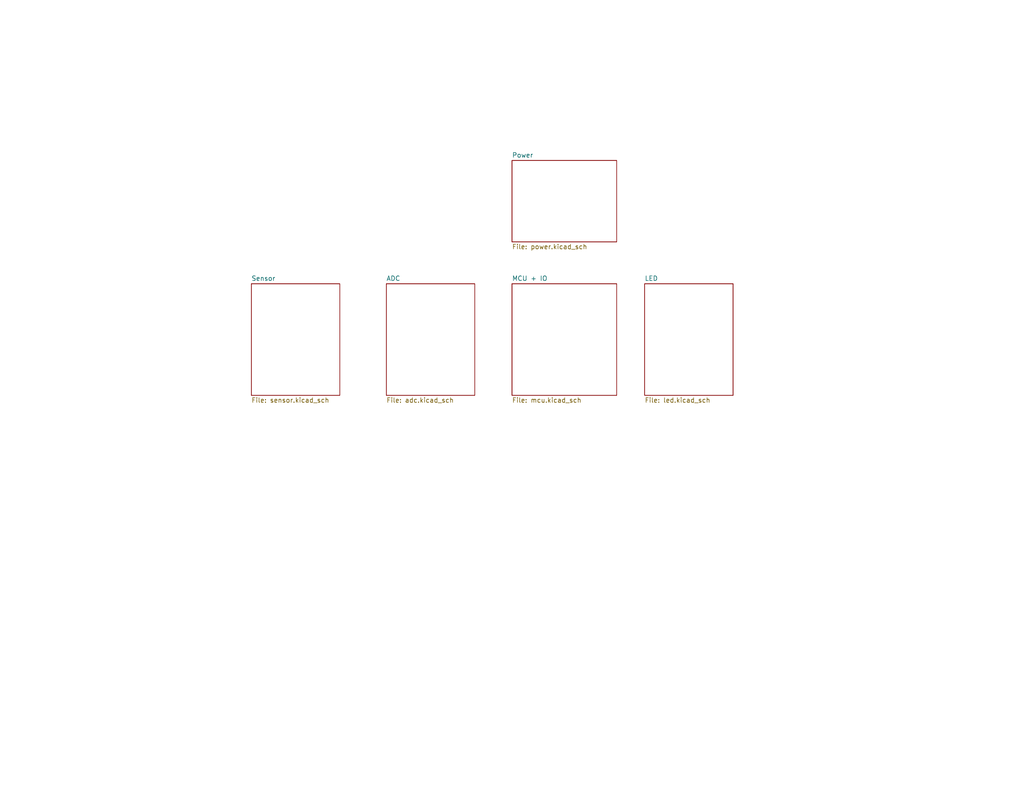
<source format=kicad_sch>
(kicad_sch
	(version 20250114)
	(generator "eeschema")
	(generator_version "9.0")
	(uuid "a818e058-3544-4da8-96fb-1a428660711f")
	(paper "A")
	(title_block
		(title "Development Board")
		(date "2025-05-14")
		(rev "2.3.1B")
		(company "Plastic Scanner")
	)
	(lib_symbols)
	(sheet
		(at 175.895 77.47)
		(size 24.13 30.48)
		(exclude_from_sim no)
		(in_bom yes)
		(on_board yes)
		(dnp no)
		(fields_autoplaced yes)
		(stroke
			(width 0.1524)
			(type solid)
		)
		(fill
			(color 0 0 0 0.0000)
		)
		(uuid "2f10b7a1-df61-45b4-9fd1-1ebf21b41a15")
		(property "Sheetname" "LED"
			(at 175.895 76.7584 0)
			(effects
				(font
					(size 1.27 1.27)
				)
				(justify left bottom)
			)
		)
		(property "Sheetfile" "led.kicad_sch"
			(at 175.895 108.5346 0)
			(effects
				(font
					(size 1.27 1.27)
				)
				(justify left top)
			)
		)
		(instances
			(project "PCB KiCad"
				(path "/a818e058-3544-4da8-96fb-1a428660711f"
					(page "6")
				)
			)
		)
	)
	(sheet
		(at 139.7 43.815)
		(size 28.575 22.225)
		(exclude_from_sim no)
		(in_bom yes)
		(on_board yes)
		(dnp no)
		(fields_autoplaced yes)
		(stroke
			(width 0.1524)
			(type solid)
		)
		(fill
			(color 0 0 0 0.0000)
		)
		(uuid "5869e7b3-0d61-455b-97ad-e4e8b4829f27")
		(property "Sheetname" "Power"
			(at 139.7 43.1034 0)
			(effects
				(font
					(size 1.27 1.27)
				)
				(justify left bottom)
			)
		)
		(property "Sheetfile" "power.kicad_sch"
			(at 139.7 66.6246 0)
			(effects
				(font
					(size 1.27 1.27)
				)
				(justify left top)
			)
		)
		(instances
			(project "PCB KiCad"
				(path "/a818e058-3544-4da8-96fb-1a428660711f"
					(page "5")
				)
			)
		)
	)
	(sheet
		(at 68.58 77.47)
		(size 24.13 30.48)
		(exclude_from_sim no)
		(in_bom yes)
		(on_board yes)
		(dnp no)
		(fields_autoplaced yes)
		(stroke
			(width 0.1524)
			(type solid)
		)
		(fill
			(color 0 0 0 0.0000)
		)
		(uuid "98df1e87-3735-4cb9-8253-663f6eb2234f")
		(property "Sheetname" "Sensor"
			(at 68.58 76.7584 0)
			(effects
				(font
					(size 1.27 1.27)
				)
				(justify left bottom)
			)
		)
		(property "Sheetfile" "sensor.kicad_sch"
			(at 68.58 108.5346 0)
			(effects
				(font
					(size 1.27 1.27)
				)
				(justify left top)
			)
		)
		(instances
			(project "PCB KiCad"
				(path "/a818e058-3544-4da8-96fb-1a428660711f"
					(page "2")
				)
			)
		)
	)
	(sheet
		(at 105.41 77.47)
		(size 24.13 30.48)
		(exclude_from_sim no)
		(in_bom yes)
		(on_board yes)
		(dnp no)
		(fields_autoplaced yes)
		(stroke
			(width 0.1524)
			(type solid)
		)
		(fill
			(color 0 0 0 0.0000)
		)
		(uuid "a8dcb7a4-48cf-403e-b881-d44234291c62")
		(property "Sheetname" "ADC"
			(at 105.41 76.7584 0)
			(effects
				(font
					(size 1.27 1.27)
				)
				(justify left bottom)
			)
		)
		(property "Sheetfile" "adc.kicad_sch"
			(at 105.41 108.5346 0)
			(effects
				(font
					(size 1.27 1.27)
				)
				(justify left top)
			)
		)
		(instances
			(project "PCB KiCad"
				(path "/a818e058-3544-4da8-96fb-1a428660711f"
					(page "3")
				)
			)
		)
	)
	(sheet
		(at 139.7 77.47)
		(size 28.575 30.48)
		(exclude_from_sim no)
		(in_bom yes)
		(on_board yes)
		(dnp no)
		(fields_autoplaced yes)
		(stroke
			(width 0.1524)
			(type solid)
		)
		(fill
			(color 0 0 0 0.0000)
		)
		(uuid "f3879066-a91b-415e-b241-18f9d05de4a2")
		(property "Sheetname" "MCU + IO"
			(at 139.7 76.7584 0)
			(effects
				(font
					(size 1.27 1.27)
				)
				(justify left bottom)
			)
		)
		(property "Sheetfile" "mcu.kicad_sch"
			(at 139.7 108.5346 0)
			(effects
				(font
					(size 1.27 1.27)
				)
				(justify left top)
			)
		)
		(instances
			(project "PCB KiCad"
				(path "/a818e058-3544-4da8-96fb-1a428660711f"
					(page "4")
				)
			)
		)
	)
	(sheet_instances
		(path "/"
			(page "1")
		)
	)
	(embedded_fonts no)
)

</source>
